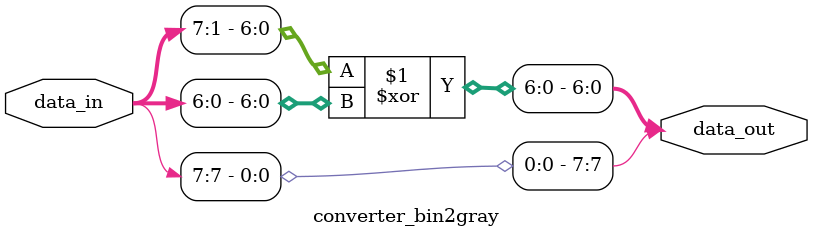
<source format=sv>
`ifndef CONVERTER_BIN2GRAY_SV
`define CONVERTER_BIN2GRAY_SV

`timescale 1ns / 1ps

module converter_bin2gray #(
    parameter logic [31:0] DATA_WIDTH = 8

) (
    input  logic [DATA_WIDTH-1:0] data_in,
    output logic [DATA_WIDTH-1:0] data_out
);
    assign data_out = {data_in[DATA_WIDTH-1], data_in[DATA_WIDTH-1:1] ^ data_in[DATA_WIDTH-2:0]};

`ifdef COCOTB_SIM
    initial begin
        $dumpfile("waveforms.vcd");
        $dumpvars(0, converter_bin2gray);
        #1;
    end
`endif

endmodule

`endif

</source>
